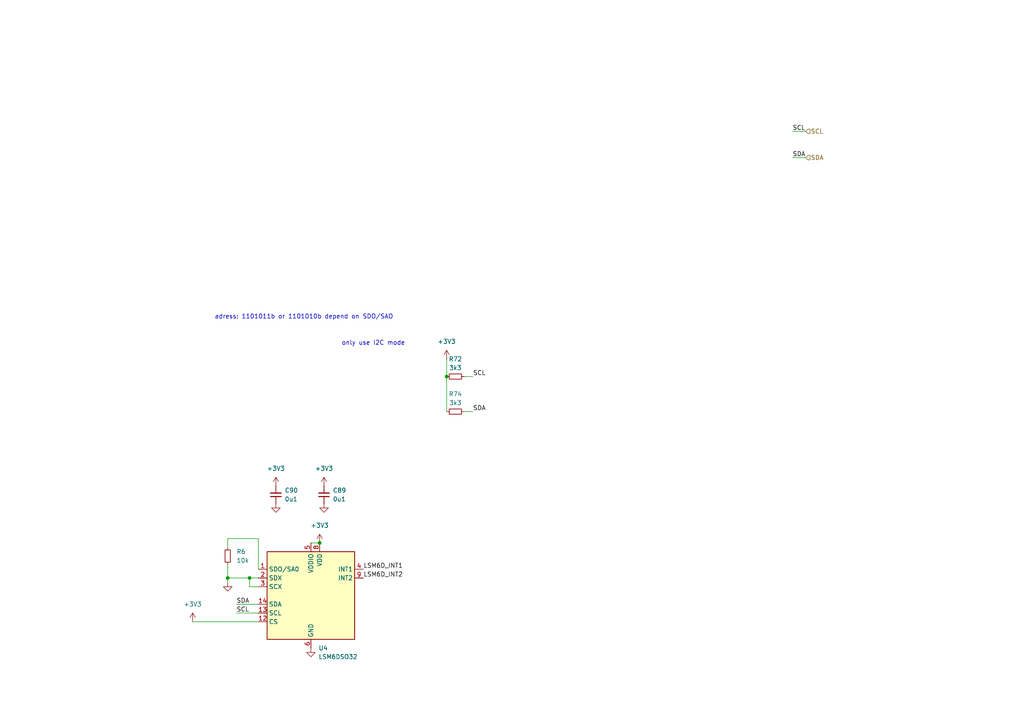
<source format=kicad_sch>
(kicad_sch (version 20231120) (generator "eeschema") (generator_version "8.0")
  (paper "A4")
  (title_block (title "IMU DIY") (date "2025-05-08") (rev "1.1") (company "NTURacing") (comment 1 "郭哲明 Jack Kuo") (comment 2 "Electrical group"))
  (lib_symbols
    (symbol "Device:C_Small" (pin_numbers hide) (pin_names (offset 0.254) hide)
      (property "Reference" "C" (at 0.254 1.778 0))
      (property "Value" "C_Small" (at 0.254 -2.032 0))
      (symbol "C_Small_0_1"
        (polyline (pts (xy -1.524 -0.508) (xy 1.524 -0.508)) (stroke (width 0.3302)))
        (polyline (pts (xy -1.524 0.508) (xy 1.524 0.508)) (stroke (width 0.3048)))
      )
      (symbol "C_Small_1_1"
        (pin passive line (at 0 2.54 270) (length 2.032) (name "~") (number "1"))
        (pin passive line (at 0 -2.54 90) (length 2.032) (name "~") (number "2"))
      )
    )
    (symbol "Device:R_Small" (pin_numbers hide) (pin_names (offset 0.254) hide)
      (property "Reference" "R" (at 0.762 0.508 0))
      (property "Value" "R_Small" (at 0.762 -1.016 0))
      (symbol "R_Small_0_1"
        (rectangle (start -0.762 1.778) (end 0.762 -1.778) (stroke (width 0.2032)))
      )
      (symbol "R_Small_1_1"
        (pin passive line (at 0 2.54 270) (length 0.762) (name "~") (number "1"))
        (pin passive line (at 0 -2.54 90) (length 0.762) (name "~") (number "2"))
      )
    )
    (symbol "Sensor_Motion:LSM6DS3"
      (property "Reference" "U" (at -11.43 15.24 0))
      (property "Value" "LSM6DS3" (at -11.43 12.7 0))
      (symbol "LSM6DS3_0_1"
        (rectangle (start -12.7 12.7) (end 12.7 -12.7) (stroke (width 0.254)) (fill (type background)))
      )
      (symbol "LSM6DS3_1_1"
        (pin bidirectional line (at -15.24 7.62 0) (length 2.54) (name "SDO/SA0") (number "1"))
        (pin no_connect line (at 12.7 -5.08 180) (length 3.81) hide (name "NC") (number "10"))
        (pin no_connect line (at 12.7 -2.54 180) (length 3.81) hide (name "NC") (number "11"))
        (pin input line (at -15.24 -7.62 0) (length 2.54) (name "CS") (number "12"))
        (pin input line (at -15.24 -5.08 0) (length 2.54) (name "SCL") (number "13"))
        (pin bidirectional line (at -15.24 -2.54 0) (length 2.54) (name "SDA") (number "14"))
        (pin bidirectional line (at -15.24 5.08 0) (length 2.54) (name "SDX") (number "2"))
        (pin input line (at -15.24 2.54 0) (length 2.54) (name "SCX") (number "3"))
        (pin output line (at 15.24 7.62 180) (length 2.54) (name "INT1") (number "4"))
        (pin power_in line (at 0 15.24 270) (length 2.54) (name "VDDIO") (number "5"))
        (pin power_in line (at 0 -15.24 90) (length 2.54) (name "GND") (number "6"))
        (pin passive line (at 0 -15.24 90) (length 2.54) hide (name "GND") (number "7"))
        (pin power_in line (at 2.54 15.24 270) (length 2.54) (name "VDD") (number "8"))
        (pin output line (at 15.24 5.08 180) (length 2.54) (name "INT2") (number "9"))
      )
    )
    (symbol "power:+3V3" (power) (pin_numbers hide) (pin_names (offset 0) hide)
      (property "Value" "+3V3" (at 0 3.556 0))
      (symbol "+3V3_0_1"
        (polyline (pts (xy -0.762 1.27) (xy 0 2.54)))
        (polyline (pts (xy 0 0) (xy 0 2.54)))
        (polyline (pts (xy 0 2.54) (xy 0.762 1.27)))
      )
      (symbol "+3V3_1_1"
        (pin power_in line (at 0 0 90) (length 0) (name "~") (number "1"))
      )
    )
    (symbol "power:GND" (power) (pin_numbers hide) (pin_names (offset 0) hide)
      (property "Value" "GND" (at 0 -3.81 0))
      (symbol "GND_0_1"
        (polyline (pts (xy 0 0) (xy 0 -1.27) (xy 1.27 -1.27) (xy 0 -2.54) (xy -1.27 -1.27) (xy 0 -1.27)))
      )
      (symbol "GND_1_1"
        (pin power_in line (at 0 0 270) (length 0) (name "~") (number "1"))
      )
    )
  )
  (junction (at 66.04 167.64))
  (junction (at 92.71 157.48))
  (junction (at 129.54 109.22))
  (junction (at 72.39 167.64))
  (wire (pts (xy 129.54 109.22) (xy 129.54 119.38)))
  (wire (pts (xy 90.17 157.48) (xy 92.71 157.48)))
  (wire (pts (xy 74.93 170.18) (xy 72.39 170.18)))
  (wire (pts (xy 66.04 167.64) (xy 72.39 167.64)))
  (wire (pts (xy 134.62 119.38) (xy 137.16 119.38)))
  (wire (pts (xy 66.04 158.75) (xy 66.04 156.21)))
  (wire (pts (xy 66.04 156.21) (xy 74.93 156.21)))
  (wire (pts (xy 66.04 167.64) (xy 66.04 168.91)))
  (wire (pts (xy 229.87 38.1) (xy 233.68 38.1)))
  (wire (pts (xy 68.58 175.26) (xy 74.93 175.26)))
  (wire (pts (xy 134.62 109.22) (xy 137.16 109.22)))
  (wire (pts (xy 74.93 156.21) (xy 74.93 165.1)))
  (wire (pts (xy 66.04 163.83) (xy 66.04 167.64)))
  (wire (pts (xy 229.87 45.72) (xy 233.68 45.72)))
  (wire (pts (xy 74.93 167.64) (xy 72.39 167.64)))
  (wire (pts (xy 68.58 177.8) (xy 74.93 177.8)))
  (wire (pts (xy 129.54 104.14) (xy 129.54 109.22)))
  (wire (pts (xy 55.88 180.34) (xy 74.93 180.34)))
  (wire (pts (xy 72.39 170.18) (xy 72.39 167.64)))
  (text "adress: 1101011b or 1101010b depend on SDO/SAO" (at 62.23 92.71 0) (effects (font (size 1.27 1.27)) (justify left bottom)))
  (text "only use I2C mode" (at 99.06 100.33 0) (effects (font (size 1.27 1.27)) (justify left bottom)))
  (label "SDA" (at 68.58 175.26 0))
  (label "SCL" (at 229.87 38.1 0))
  (label "SDA" (at 137.16 119.38 0))
  (label "SDA" (at 229.87 45.72 0))
  (label "LSM6D_INT2" (at 105.41 167.64 0))
  (label "LSM6D_INT1" (at 105.41 165.1 0))
  (label "SCL" (at 68.58 177.8 0))
  (label "SCL" (at 137.16 109.22 0))
  (hierarchical_label "SCL" (shape input) (at 233.68 38.1 0))
  (hierarchical_label "SDA" (shape input) (at 233.68 45.72 0))
  (symbol (lib_id "Device:C_Small") (at 80.01 143.51 180) (unit 1)
    (property "Reference" "C90" (at 82.55 142.2336 0) (effects (justify right)))
    (property "Value" "0u1" (at 82.55 144.7736 0) (effects (justify right)))
    (property "Footprint" "Capacitor_SMD:C_0402_1005Metric" (effects (hide yes)))
    (property "Description" "Unpolarized capacitor, small symbol" (effects (hide yes)))
  )
  (symbol (lib_id "Device:R_Small") (at 66.04 161.29 180) (unit 1)
    (property "Reference" "R6" (at 68.58 160.02 0) (effects (justify right)))
    (property "Value" "10k" (at 68.58 162.56 0) (effects (justify right)))
    (property "Footprint" "Resistor_SMD:R_0402_1005Metric" (effects (hide yes)))
    (property "Description" "Resistor, small symbol" (effects (hide yes)))
  )
  (symbol (lib_id "power:+3V3") (at 129.54 104.14 0) (mirror y) (unit 1)
    (property "Reference" "#PWR0171" (effects (hide yes)))
    (property "Value" "+3V3" (at 129.54 99.06 0))
    (property "Description" "Power symbol creates a global label with name \"+3V3\"" (effects (hide yes)))
  )
  (symbol (lib_id "power:+3V3") (at 93.98 140.97 0) (unit 1)
    (property "Reference" "#PWR0175" (effects (hide yes)))
    (property "Value" "+3V3" (at 93.98 135.89 0))
    (property "Description" "Power symbol creates a global label with name \"+3V3\"" (effects (hide yes)))
  )
  (symbol (lib_id "power:+3V3") (at 55.88 180.34 0) (unit 1)
    (property "Reference" "#PWR033" (effects (hide yes)))
    (property "Value" "+3V3" (at 55.88 175.26 0))
    (property "Description" "Power symbol creates a global label with name \"+3V3\"" (effects (hide yes)))
  )
  (symbol (lib_id "power:GND") (at 66.04 168.91 0) (unit 1)
    (property "Reference" "#PWR035" (effects (hide yes)))
    (property "Value" "GND" (effects (hide yes)))
    (property "Description" "Power symbol creates a global label with name \"GND\" , ground" (effects (hide yes)))
  )
  (symbol (lib_id "power:+3V3") (at 80.01 140.97 0) (unit 1)
    (property "Reference" "#PWR0177" (effects (hide yes)))
    (property "Value" "+3V3" (at 80.01 135.89 0))
    (property "Description" "Power symbol creates a global label with name \"+3V3\"" (effects (hide yes)))
  )
  (symbol (lib_id "Device:R_Small") (at 132.08 119.38 90) (unit 1)
    (property "Reference" "R74" (at 132.08 114.3 90))
    (property "Value" "3k3" (at 132.08 116.84 90))
    (property "Footprint" "Resistor_SMD:R_0402_1005Metric" (effects (hide yes)))
    (property "Description" "Resistor, small symbol" (effects (hide yes)))
  )
  (symbol (lib_id "Sensor_Motion:LSM6DS3") (at 90.17 172.72 0) (unit 1)
    (property "Reference" "U4" (at 92.3641 187.96 0) (effects (justify left)))
    (property "Value" "LSM6DSO32" (at 92.3641 190.5 0) (effects (justify left)))
    (property "Footprint" "Package_LGA:LGA-14_3x2.5mm_P0.5mm_LayoutBorder3x4y" (effects (hide yes)))
    (property "Datasheet" "https://www.st.com/resource/en/datasheet/lsm6ds3tr-c.pdf" (effects (hide yes)))
    (property "Description" "I2C/SPI, iNEMO inertial module: always-on 3D accelerometer and 3D gyroscope" (effects (hide yes)))
  )
  (symbol (lib_id "power:+3V3") (at 92.71 157.48 0) (unit 1)
    (property "Reference" "#PWR034" (effects (hide yes)))
    (property "Value" "+3V3" (at 92.71 152.4 0))
    (property "Description" "Power symbol creates a global label with name \"+3V3\"" (effects (hide yes)))
  )
  (symbol (lib_id "Device:C_Small") (at 93.98 143.51 180) (unit 1)
    (property "Reference" "C89" (at 96.52 142.2336 0) (effects (justify right)))
    (property "Value" "0u1" (at 96.52 144.7736 0) (effects (justify right)))
    (property "Footprint" "Capacitor_SMD:C_0402_1005Metric" (effects (hide yes)))
    (property "Description" "Unpolarized capacitor, small symbol" (effects (hide yes)))
  )
  (symbol (lib_id "power:GND") (at 90.17 187.96 0) (unit 1)
    (property "Reference" "#PWR036" (effects (hide yes)))
    (property "Value" "GND" (effects (hide yes)))
    (property "Description" "Power symbol creates a global label with name \"GND\" , ground" (effects (hide yes)))
  )
  (symbol (lib_id "Device:R_Small") (at 132.08 109.22 90) (unit 1)
    (property "Reference" "R72" (at 132.08 104.14 90))
    (property "Value" "3k3" (at 132.08 106.68 90))
    (property "Footprint" "Resistor_SMD:R_0402_1005Metric" (effects (hide yes)))
    (property "Description" "Resistor, small symbol" (effects (hide yes)))
  )
  (symbol (lib_id "power:GND") (at 80.01 146.05 0) (unit 1)
    (property "Reference" "#PWR0179" (effects (hide yes)))
    (property "Value" "GND" (effects (hide yes)))
    (property "Description" "Power symbol creates a global label with name \"GND\" , ground" (effects (hide yes)))
  )
  (symbol (lib_id "power:GND") (at 93.98 146.05 0) (unit 1)
    (property "Reference" "#PWR0178" (effects (hide yes)))
    (property "Value" "GND" (effects (hide yes)))
    (property "Description" "Power symbol creates a global label with name \"GND\" , ground" (effects (hide yes)))
  )
)
</source>
